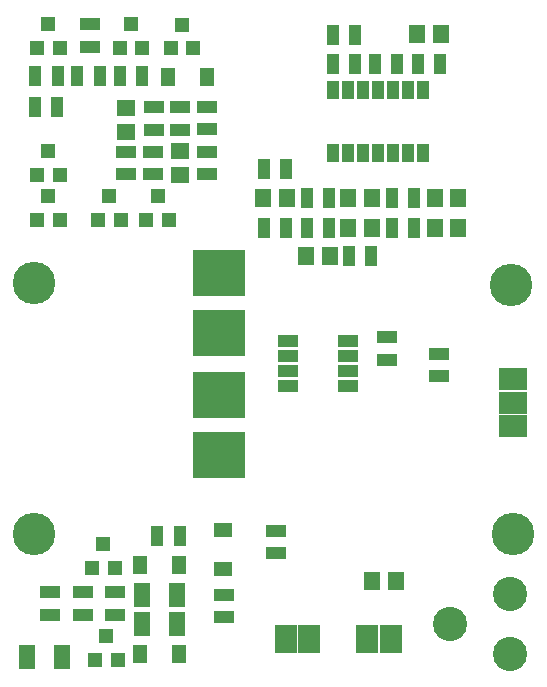
<source format=gbr>
G04 #@! TF.FileFunction,Soldermask,Top*
%FSLAX46Y46*%
G04 Gerber Fmt 4.6, Leading zero omitted, Abs format (unit mm)*
G04 Created by KiCad (PCBNEW 4.0.7) date Monday, January 25, 2021 'AMt' 11:59:33 AM*
%MOMM*%
%LPD*%
G01*
G04 APERTURE LIST*
%ADD10C,0.100000*%
%ADD11C,3.600000*%
%ADD12R,1.600000X1.300000*%
%ADD13R,1.300000X1.600000*%
%ADD14R,1.200000X1.300000*%
%ADD15R,1.400000X1.650000*%
%ADD16R,1.650000X1.400000*%
%ADD17R,1.700000X1.100000*%
%ADD18R,1.100000X1.700000*%
%ADD19R,1.400000X2.000000*%
%ADD20R,2.400000X1.900000*%
%ADD21R,1.900000X2.400000*%
%ADD22R,4.400000X3.900000*%
%ADD23C,2.900000*%
%ADD24R,1.700000X1.000000*%
%ADD25R,1.000000X1.600000*%
G04 APERTURE END LIST*
D10*
D11*
X111750000Y-96500000D03*
X111900000Y-117600000D03*
X71400000Y-117600000D03*
D12*
X87400000Y-120550000D03*
X87400000Y-117250000D03*
D13*
X80350000Y-120250000D03*
X83650000Y-120250000D03*
X80350000Y-127750000D03*
X83650000Y-127750000D03*
X82700000Y-78900000D03*
X86000000Y-78900000D03*
D14*
X76800000Y-91000000D03*
X78700000Y-91000000D03*
X77750000Y-89000000D03*
X80900000Y-91000000D03*
X82800000Y-91000000D03*
X81850000Y-89000000D03*
X82950000Y-76500000D03*
X84850000Y-76500000D03*
X83900000Y-74500000D03*
X71650000Y-76450000D03*
X73550000Y-76450000D03*
X72600000Y-74450000D03*
X78650000Y-76450000D03*
X80550000Y-76450000D03*
X79600000Y-74450000D03*
X71650000Y-91000000D03*
X73550000Y-91000000D03*
X72600000Y-89000000D03*
X71650000Y-87200000D03*
X73550000Y-87200000D03*
X72600000Y-85200000D03*
D15*
X107300000Y-91700000D03*
X105300000Y-91700000D03*
D16*
X83750000Y-87200000D03*
X83750000Y-85200000D03*
X79150000Y-83550000D03*
X79150000Y-81550000D03*
D17*
X91900000Y-117350000D03*
X91900000Y-119250000D03*
X87500000Y-124650000D03*
X87500000Y-122750000D03*
D18*
X83700000Y-117750000D03*
X81800000Y-117750000D03*
D17*
X78250000Y-124450000D03*
X78250000Y-122550000D03*
X75500000Y-122550000D03*
X75500000Y-124450000D03*
X72750000Y-124450000D03*
X72750000Y-122550000D03*
D18*
X90850000Y-86700000D03*
X92750000Y-86700000D03*
X94450000Y-89200000D03*
X96350000Y-89200000D03*
X92750000Y-91700000D03*
X90850000Y-91700000D03*
X99950000Y-94100000D03*
X98050000Y-94100000D03*
X101650000Y-91700000D03*
X103550000Y-91700000D03*
X96650000Y-77800000D03*
X98550000Y-77800000D03*
X96650000Y-75400000D03*
X98550000Y-75400000D03*
X101650000Y-89200000D03*
X103550000Y-89200000D03*
X102150000Y-77800000D03*
X100250000Y-77800000D03*
X103850000Y-77800000D03*
X105750000Y-77800000D03*
D17*
X86000000Y-85250000D03*
X86000000Y-87150000D03*
X79150000Y-87150000D03*
X79150000Y-85250000D03*
X81450000Y-87150000D03*
X81450000Y-85250000D03*
X83750000Y-81500000D03*
X83750000Y-83400000D03*
X81500000Y-83400000D03*
X81500000Y-81500000D03*
X86000000Y-83350000D03*
X86000000Y-81450000D03*
D18*
X71450000Y-81450000D03*
X73350000Y-81450000D03*
X75050000Y-78850000D03*
X76950000Y-78850000D03*
X78650000Y-78850000D03*
X80550000Y-78850000D03*
X71500000Y-78850000D03*
X73400000Y-78850000D03*
D17*
X76150000Y-76350000D03*
X76150000Y-74450000D03*
X101300000Y-102850000D03*
X101300000Y-100950000D03*
D15*
X102000000Y-121600000D03*
X100000000Y-121600000D03*
D18*
X94450000Y-91700000D03*
X96350000Y-91700000D03*
D19*
X80500000Y-125250000D03*
X83500000Y-125250000D03*
D15*
X98000000Y-89200000D03*
X100000000Y-89200000D03*
X105800000Y-75300000D03*
X103800000Y-75300000D03*
X96400000Y-94100000D03*
X94400000Y-94100000D03*
X90800000Y-89200000D03*
X92800000Y-89200000D03*
D19*
X80500000Y-122750000D03*
X83500000Y-122750000D03*
D15*
X98000000Y-91700000D03*
X100000000Y-91700000D03*
D14*
X76300000Y-120500000D03*
X78200000Y-120500000D03*
X77250000Y-118500000D03*
D11*
X71400000Y-96400000D03*
D19*
X70750000Y-128000000D03*
X73750000Y-128000000D03*
D14*
X76550000Y-128250000D03*
X78450000Y-128250000D03*
X77500000Y-126250000D03*
D20*
X111900000Y-108500000D03*
X111900000Y-106500000D03*
X111900000Y-104500000D03*
D21*
X92700000Y-126500000D03*
X94700000Y-126500000D03*
X99600000Y-126500000D03*
X101600000Y-126500000D03*
D17*
X105700000Y-104250000D03*
X105700000Y-102350000D03*
D15*
X107300000Y-89200000D03*
X105300000Y-89200000D03*
D22*
X87000000Y-100640000D03*
X87000000Y-95560000D03*
X87000000Y-110940000D03*
X87000000Y-105860000D03*
D23*
X111700000Y-122660000D03*
X111700000Y-127740000D03*
X106620000Y-125200000D03*
D24*
X92850000Y-101295000D03*
X92850000Y-102565000D03*
X92850000Y-103835000D03*
X92850000Y-105105000D03*
X97950000Y-105105000D03*
X97950000Y-103835000D03*
X97950000Y-102565000D03*
X97950000Y-101295000D03*
D25*
X96690000Y-85350000D03*
X97960000Y-85350000D03*
X99230000Y-85350000D03*
X100500000Y-85350000D03*
X101770000Y-85350000D03*
X103040000Y-85350000D03*
X104310000Y-85350000D03*
X104310000Y-80050000D03*
X103040000Y-80050000D03*
X101770000Y-80050000D03*
X100500000Y-80050000D03*
X99230000Y-80050000D03*
X97960000Y-80050000D03*
X96690000Y-80050000D03*
M02*

</source>
